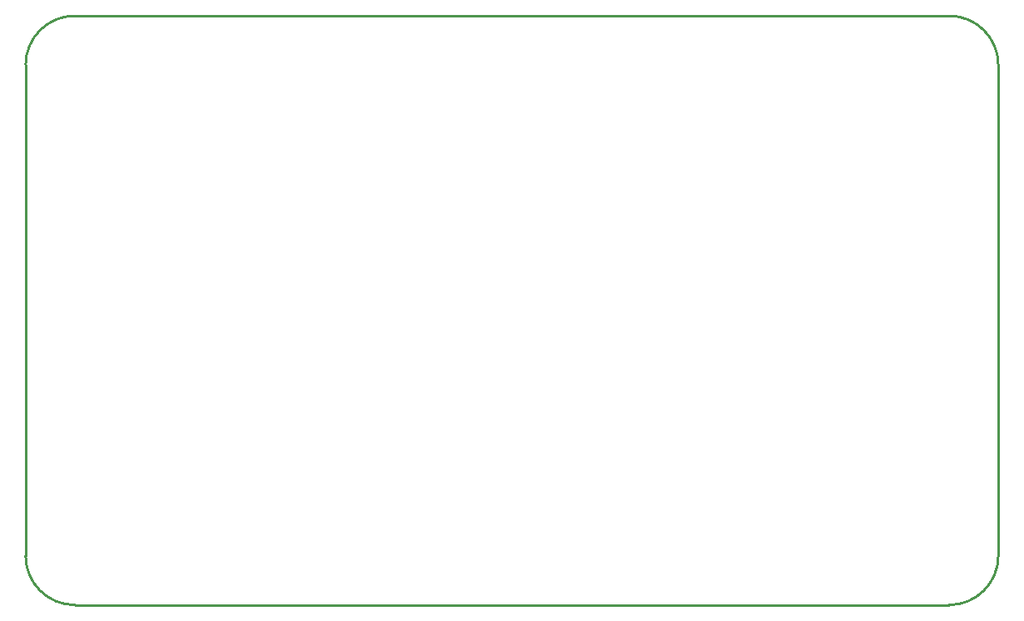
<source format=gko>
G04 Layer: BoardOutline*
G04 EasyEDA v6.4.7, 2020-11-16T16:22:07+01:00*
G04 2d597777df414444a141df10d1f533aa,ed05136cbb5443d0bd3f5f3a1b1e84d4,10*
G04 Gerber Generator version 0.2*
G04 Scale: 100 percent, Rotated: No, Reflected: No *
G04 Dimensions in millimeters *
G04 leading zeros omitted , absolute positions ,3 integer and 3 decimal *
%FSLAX33Y33*%
%MOMM*%
G90*
D02*

%ADD10C,0.254000*%
G54D10*
G01X6Y5000D02*
G01X6Y55000D01*
G01X93999Y6D02*
G01X4999Y6D01*
G01X99000Y55000D02*
G01X99000Y5000D01*
G01X4999Y60000D02*
G01X93999Y60000D01*
G75*
G01X94000Y60000D02*
G02X99000Y55000I0J-5000D01*
G01*
G75*
G01X99000Y5000D02*
G02X94000Y0I-5000J0D01*
G01*
G75*
G01X5000Y0D02*
G02X0Y5000I0J5000D01*
G01*
G75*
G01X0Y55000D02*
G02X5000Y60000I5000J0D01*
G01*

%LPD*%
M00*
M02*

</source>
